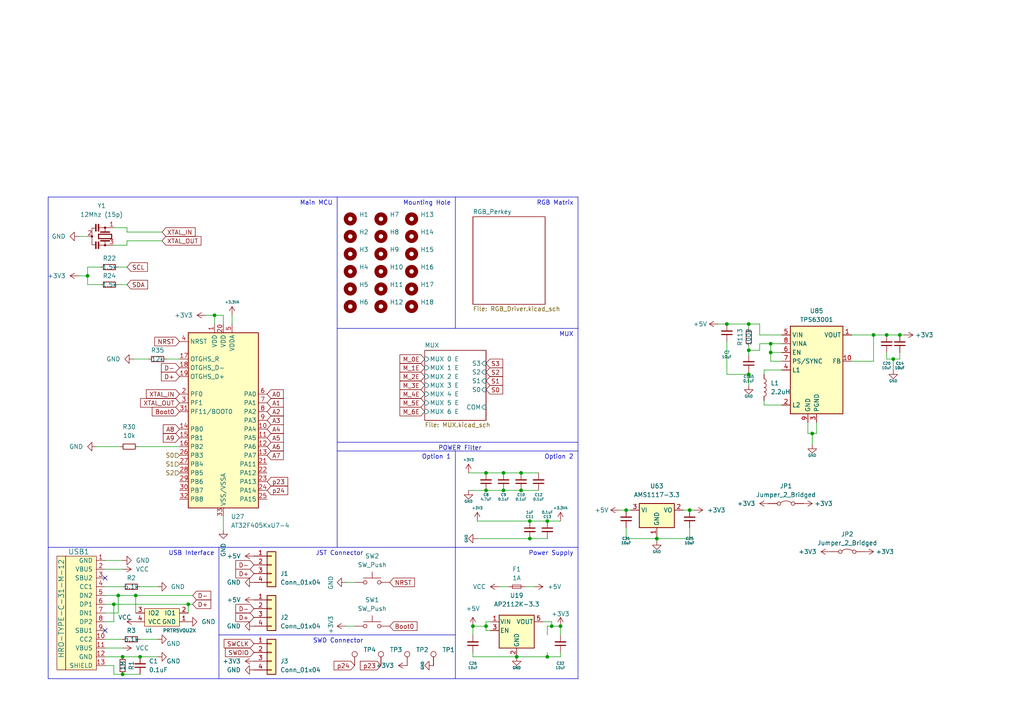
<source format=kicad_sch>
(kicad_sch (version 20231120) (generator "eeschema") (generator_version "8.0")
  (paper "A4")
  (lib_symbols
    (symbol "Connector:TestPoint" (pin_numbers hide) (pin_names (offset 0.762) hide)
      (property "Reference" "TP" (at 0 6.858 0))
      (property "Value" "TestPoint" (at 0 5.08 0))
      (symbol "TestPoint_1_1"
        (pin passive line (at 0 0 90) (length 2.54) (name "1") (number "1"))
      )
    )
    (symbol "Connector_Generic:Conn_01x04" (pin_names (offset 1.016) hide)
      (property "Reference" "J" (at 0 5.08 0))
      (property "Value" "Conn_01x04" (at 0 -7.62 0))
      (symbol "Conn_01x04_1_1"
        (pin passive line (at -5.08 2.54 0) (length 3.81) (name "Pin_1") (number "1"))
        (pin passive line (at -5.08 0 0) (length 3.81) (name "Pin_2") (number "2"))
        (pin passive line (at -5.08 -2.54 0) (length 3.81) (name "Pin_3") (number "3"))
        (pin passive line (at -5.08 -5.08 0) (length 3.81) (name "Pin_4") (number "4"))
      )
    )
    (symbol "Device:C_Small" (pin_numbers hide) (pin_names (offset 0.254) hide)
      (property "Reference" "C" (at 0.254 1.778 0))
      (property "Value" "C_Small" (at 0.254 -2.032 0))
      (symbol "C_Small_1_1"
        (pin passive line (at 0 2.54 270) (length 2.032) (name "~") (number "1"))
        (pin passive line (at 0 -2.54 90) (length 2.032) (name "~") (number "2"))
      )
    )
    (symbol "Device:Fuse_Small" (pin_numbers hide) (pin_names (offset 0.254) hide)
      (property "Reference" "F" (at 0 -1.524 0))
      (property "Value" "Fuse_Small" (at 0 1.524 0))
      (symbol "Fuse_Small_1_1"
        (pin passive line (at -2.54 0 0) (length 1.27) (name "~") (number "1"))
        (pin passive line (at 2.54 0 180) (length 1.27) (name "~") (number "2"))
      )
    )
    (symbol "Device:L" (pin_numbers hide) (pin_names (offset 1.016) hide)
      (property "Reference" "L" (at -1.27 0 90))
      (property "Value" "L" (at 1.905 0 90))
      (symbol "L_1_1"
        (pin passive line (at 0 3.81 270) (length 1.27) (name "1") (number "1"))
        (pin passive line (at 0 -3.81 90) (length 1.27) (name "2") (number "2"))
      )
    )
    (symbol "Device:R_Small" (pin_numbers hide) (pin_names (offset 0.254) hide)
      (property "Reference" "R" (at 0.762 0.508 0))
      (property "Value" "R_Small" (at 0.762 -1.016 0))
      (symbol "R_Small_1_1"
        (pin passive line (at 0 2.54 270) (length 0.762) (name "~") (number "1"))
        (pin passive line (at 0 -2.54 90) (length 0.762) (name "~") (number "2"))
      )
    )
    (symbol "Device:Resonator_Small" (pin_names (offset 1.016) hide)
      (property "Reference" "Y" (at 3.175 1.905 0))
      (property "Value" "Resonator_Small" (at 3.175 0 0))
      (symbol "Resonator_Small_1_1"
        (pin passive line (at -2.54 2.54 270) (length 1.27) (name "1") (number "1"))
        (pin passive line (at 0 -5.08 90) (length 1.27) (name "2") (number "2"))
        (pin passive line (at 2.54 2.54 270) (length 1.27) (name "3") (number "3"))
      )
    )
    (symbol "Jumper:Jumper_2_Bridged" (pin_numbers hide) (pin_names (offset 0) hide) (exclude_from_sim yes)
      (property "Reference" "JP" (at 0 1.905 0))
      (property "Value" "Jumper_2_Bridged" (at 0 -2.54 0))
      (symbol "Jumper_2_Bridged_1_1"
        (pin passive line (at -5.08 0 0) (length 2.54) (name "A") (number "1"))
        (pin passive line (at 5.08 0 180) (length 2.54) (name "B") (number "2"))
      )
    )
    (symbol "MCU_Artery_AT32F40:AT32F405KxU7-4"
      (property "Reference" "U" (at -10.16 26.67 0))
      (property "Value" "AT32F405KxU7-4" (at 5.08 26.67 0))
      (symbol "AT32F405KxU7-4_1_1"
        (pin power_in line (at -2.54 27.94 270) (length 2.54) (name "VDD") (number "1"))
        (pin bidirectional line (at 12.7 -2.54 180) (length 2.54) (name "PA4") (number "10"))
        (pin bidirectional line (at 12.7 -5.08 180) (length 2.54) (name "PA5") (number "11"))
        (pin bidirectional line (at 12.7 -7.62 180) (length 2.54) (name "PA6") (number "12"))
        (pin bidirectional line (at 12.7 -10.16 180) (length 2.54) (name "PA7") (number "13"))
        (pin bidirectional line (at -12.7 -2.54 0) (length 2.54) (name "PB0") (number "14"))
        (pin bidirectional line (at -12.7 -5.08 0) (length 2.54) (name "PB1") (number "15"))
        (pin bidirectional line (at -12.7 -7.62 0) (length 2.54) (name "PB2") (number "16"))
        (pin input line (at -12.7 17.78 0) (length 2.54) (name "OTGHS_R") (number "17"))
        (pin bidirectional line (at -12.7 15.24 0) (length 2.54) (name "OTGHS_D-") (number "18"))
        (pin bidirectional line (at -12.7 12.7 0) (length 2.54) (name "OTGHS_D+") (number "19"))
        (pin input line (at -12.7 7.62 0) (length 2.54) (name "PF0") (number "2"))
        (pin power_in line (at 0 27.94 270) (length 2.54) (name "VDD") (number "20"))
        (pin bidirectional line (at 12.7 -12.7 180) (length 2.54) (name "PA11") (number "21"))
        (pin bidirectional line (at 12.7 -15.24 180) (length 2.54) (name "PA12") (number "22"))
        (pin bidirectional line (at 12.7 -17.78 180) (length 2.54) (name "PA13") (number "23"))
        (pin bidirectional line (at 12.7 -20.32 180) (length 2.54) (name "PA14") (number "24"))
        (pin bidirectional line (at 12.7 -22.86 180) (length 2.54) (name "PA15") (number "25"))
        (pin bidirectional line (at -12.7 -10.16 0) (length 2.54) (name "PB3") (number "26"))
        (pin bidirectional line (at -12.7 -12.7 0) (length 2.54) (name "PB4") (number "27"))
        (pin bidirectional line (at -12.7 -15.24 0) (length 2.54) (name "PB5") (number "28"))
        (pin bidirectional line (at -12.7 -17.78 0) (length 2.54) (name "PB6") (number "29"))
        (pin input line (at -12.7 5.08 0) (length 2.54) (name "PF1") (number "3"))
        (pin bidirectional line (at -12.7 -20.32 0) (length 2.54) (name "PB7") (number "30"))
        (pin input line (at -12.7 2.54 0) (length 2.54) (name "PF11/BOOT0") (number "31"))
        (pin bidirectional line (at -12.7 -22.86 0) (length 2.54) (name "PB8") (number "32"))
        (pin power_in line (at 0 -27.94 90) (length 2.54) (name "VSS/VSSA") (number "33"))
        (pin input line (at -12.7 22.86 0) (length 2.54) (name "NRST") (number "4"))
        (pin power_in line (at 2.54 27.94 270) (length 2.54) (name "VDDA") (number "5"))
        (pin bidirectional line (at 12.7 7.62 180) (length 2.54) (name "PA0") (number "6"))
        (pin bidirectional line (at 12.7 5.08 180) (length 2.54) (name "PA1") (number "7"))
        (pin bidirectional line (at 12.7 2.54 180) (length 2.54) (name "PA2") (number "8"))
        (pin bidirectional line (at 12.7 0 180) (length 2.54) (name "PA3") (number "9"))
      )
    )
    (symbol "Mechanical:MountingHole" (pin_names (offset 1.016))
      (property "Reference" "H" (at 0 5.08 0))
      (property "Value" "MountingHole" (at 0 3.175 0))
    )
    (symbol "Regulator_Linear:AMS1117-3.3"
      (property "Reference" "U" (at -3.81 3.175 0))
      (property "Value" "AMS1117-3.3" (at 0 3.175 0))
      (symbol "AMS1117-3.3_1_1"
        (pin power_in line (at 0 -7.62 90) (length 2.54) (name "GND") (number "1"))
        (pin power_out line (at 7.62 0 180) (length 2.54) (name "VO") (number "2"))
        (pin power_in line (at -7.62 0 0) (length 2.54) (name "VI") (number "3"))
      )
    )
    (symbol "Regulator_Linear:AP2112K-3.3" (pin_names (offset 0.254))
      (property "Reference" "U" (at -5.08 5.715 0))
      (property "Value" "AP2112K-3.3" (at 0 5.715 0))
      (symbol "AP2112K-3.3_1_1"
        (pin power_in line (at -7.62 2.54 0) (length 2.54) (name "VIN") (number "1"))
        (pin power_in line (at 0 -7.62 90) (length 2.54) (name "GND") (number "2"))
        (pin input line (at -7.62 0 0) (length 2.54) (name "EN") (number "3"))
        (pin no_connect line (at 5.08 0 180) (length 2.54) hide (name "NC") (number "4"))
        (pin power_out line (at 7.62 2.54 180) (length 2.54) (name "VOUT") (number "5"))
      )
    )
    (symbol "Regulator_Switching:TPS63001"
      (property "Reference" "U" (at -7.62 13.97 0))
      (property "Value" "TPS63001" (at 5.08 13.97 0))
      (symbol "TPS63001_1_1"
        (pin power_out line (at 10.16 10.16 180) (length 2.54) (name "VOUT") (number "1"))
        (pin input line (at 10.16 2.54 180) (length 2.54) (name "FB") (number "10"))
        (pin passive line (at 0 -15.24 90) (length 2.54) hide (name "PGND") (number "11"))
        (pin input line (at -10.16 -10.16 0) (length 2.54) (name "L2") (number "2"))
        (pin power_in line (at 0 -15.24 90) (length 2.54) (name "PGND") (number "3"))
        (pin input line (at -10.16 0 0) (length 2.54) (name "L1") (number "4"))
        (pin power_in line (at -10.16 10.16 0) (length 2.54) (name "VIN") (number "5"))
        (pin input line (at -10.16 5.08 0) (length 2.54) (name "EN") (number "6"))
        (pin input line (at -10.16 2.54 0) (length 2.54) (name "PS/SYNC") (number "7"))
        (pin power_in line (at -10.16 7.62 0) (length 2.54) (name "VINA") (number "8"))
        (pin power_in line (at -2.54 -15.24 90) (length 2.54) (name "GND") (number "9"))
      )
    )
    (symbol "Switch:SW_Push" (pin_numbers hide) (pin_names (offset 1.016) hide)
      (property "Reference" "SW" (at 1.27 2.54 0))
      (property "Value" "SW_Push" (at 0 -1.524 0))
      (symbol "SW_Push_0_1"
        (pin passive line (at -5.08 0 0) (length 2.54) (name "1") (number "1"))
        (pin passive line (at 5.08 0 180) (length 2.54) (name "2") (number "2"))
      )
    )
    (symbol "horrortroll_lib:HRO-TYPE-C-31-M-12" (pin_names (offset 1.016))
      (property "Reference" "USB" (at 0 20.32 0))
      (property "Value" "HRO-TYPE-C-31-M-12" (at 0 17.78 0))
      (symbol "HRO-TYPE-C-31-M-12_1_1"
        (pin input line (at 7.62 13.97 180) (length 2.54) (name "GND") (number "1"))
        (pin input line (at 7.62 -8.89 180) (length 2.54) (name "CC2") (number "10"))
        (pin input line (at 7.62 -11.43 180) (length 2.54) (name "VBUS") (number "11"))
        (pin input line (at 7.62 -13.97 180) (length 2.54) (name "GND") (number "12"))
        (pin input line (at 7.62 -16.51 180) (length 2.54) (name "SHIELD") (number "13"))
        (pin input line (at 7.62 11.43 180) (length 2.54) (name "VBUS") (number "2"))
        (pin input line (at 7.62 8.89 180) (length 2.54) (name "SBU2") (number "3"))
        (pin input line (at 7.62 6.35 180) (length 2.54) (name "CC1") (number "4"))
        (pin input line (at 7.62 3.81 180) (length 2.54) (name "DN2") (number "5"))
        (pin input line (at 7.62 1.27 180) (length 2.54) (name "DP1") (number "6"))
        (pin input line (at 7.62 -1.27 180) (length 2.54) (name "DN1") (number "7"))
        (pin input line (at 7.62 -3.81 180) (length 2.54) (name "DP2") (number "8"))
        (pin input line (at 7.62 -6.35 180) (length 2.54) (name "SBU1") (number "9"))
      )
    )
    (symbol "power:+3.3V" (power) (pin_names (offset 0))
      (property "Value" "+3.3V" (at 0 3.556 0))
      (symbol "+3.3V_1_1"
        (pin power_in line (at 0 0 90) (length 0) hide (name "+3V3") (number "1"))
      )
    )
    (symbol "power:+3.3VA" (power) (pin_names (offset 0))
      (property "Value" "+3.3VA" (at 0 3.556 0))
      (symbol "+3.3VA_1_1"
        (pin power_in line (at 0 0 90) (length 0) hide (name "+3.3VA") (number "1"))
      )
    )
    (symbol "power:+3V3" (power) (pin_names (offset 0))
      (property "Value" "+3V3" (at 0 3.556 0))
      (symbol "+3V3_1_1"
        (pin power_in line (at 0 0 90) (length 0) hide (name "+3V3") (number "1"))
      )
    )
    (symbol "power:+5V" (power) (pin_names (offset 0))
      (property "Value" "+5V" (at 0 3.556 0))
      (symbol "+5V_1_1"
        (pin power_in line (at 0 0 90) (length 0) hide (name "+5V") (number "1"))
      )
    )
    (symbol "power:GND" (power) (pin_names (offset 0))
      (property "Value" "GND" (at 0 -3.81 0))
      (symbol "GND_1_1"
        (pin power_in line (at 0 0 270) (length 0) hide (name "GND") (number "1"))
      )
    )
    (symbol "power:VCC" (power) (pin_names (offset 0))
      (property "Value" "VCC" (at 0 3.81 0))
      (symbol "VCC_1_1"
        (pin power_in line (at 0 0 90) (length 0) hide (name "VCC") (number "1"))
      )
    )
    (symbol "random-keyboard-parts:PRTR5V0U2X" (pin_names (offset 1.016))
      (property "Reference" "U" (at 0 3.81 0))
      (property "Value" "PRTR5V0U2X" (at 0 -3.81 0))
      (symbol "PRTR5V0U2X_1_1"
        (pin input line (at -7.62 1.27 0) (length 2.54) (name "GND") (number "1"))
        (pin input line (at -7.62 -1.27 0) (length 2.54) (name "IO1") (number "2"))
        (pin input line (at 7.62 -1.27 180) (length 2.54) (name "IO2") (number "3"))
        (pin input line (at 7.62 1.27 180) (length 2.54) (name "VCC") (number "4"))
      )
    )
  )
  (junction (at 151.13 142.24))
  (junction (at 162.56 181.61))
  (junction (at 39.37 172.72))
  (junction (at 235.585 125.73))
  (junction (at 140.97 137.16))
  (junction (at 54.61 175.26))
  (junction (at 149.86 190.5) (diameter 0.9144))
  (junction (at 153.67 156.21))
  (junction (at 223.52 102.235))
  (junction (at 146.05 137.16))
  (junction (at 259.08 104.14))
  (junction (at 25.4 80.01))
  (junction (at 257.175 97.155))
  (junction (at 62.23 91.44))
  (junction (at 210.82 93.98))
  (junction (at 140.97 142.24))
  (junction (at 158.75 190.5))
  (junction (at 217.17 93.98))
  (junction (at 140.97 181.61))
  (junction (at 153.67 151.13))
  (junction (at 160.02 181.61))
  (junction (at 35.56 190.5))
  (junction (at 137.16 181.61))
  (junction (at 260.985 97.155))
  (junction (at 158.75 151.13))
  (junction (at 151.13 137.16))
  (junction (at 217.17 101.6))
  (junction (at 190.5 156.21))
  (junction (at 40.64 190.5))
  (junction (at 35.56 195.58))
  (junction (at 33.02 175.26))
  (junction (at 253.365 97.155))
  (junction (at 146.05 142.24))
  (junction (at 181.61 147.955))
  (junction (at 223.52 99.695))
  (junction (at 34.29 172.72))
  (junction (at 217.17 108.585))
  (junction (at 200.025 147.955))
  (no_connect (at 30.48 167.64))
  (no_connect (at 30.48 182.88))
  (wire (pts (xy 27.94 129.54) (xy 34.925 129.54)))
  (wire (pts (xy 22.86 68.58) (xy 25.4 68.58)))
  (wire (pts (xy 30.48 172.72) (xy 34.29 172.72)))
  (wire (pts (xy 157.48 180.34) (xy 160.02 180.34)))
  (wire (pts (xy 30.48 177.8) (xy 34.29 177.8)))
  (wire (pts (xy 140.97 181.61) (xy 137.16 181.61)))
  (wire (pts (xy 135.89 142.24) (xy 140.97 142.24)))
  (wire (pts (xy 208.28 93.98) (xy 210.82 93.98)))
  (polyline (pts (xy 63.5 158.75) (xy 63.5 196.85)))
  (polyline (pts (xy 97.79 128.27) (xy 167.64 128.27)))
  (wire (pts (xy 160.02 181.61) (xy 162.56 181.61)))
  (wire (pts (xy 223.52 99.695) (xy 220.345 99.695)))
  (wire (pts (xy 140.97 142.24) (xy 146.05 142.24)))
  (polyline (pts (xy 13.97 158.75) (xy 167.64 158.75)))
  (wire (pts (xy 140.97 182.88) (xy 140.97 181.61)))
  (wire (pts (xy 217.17 93.98) (xy 217.17 95.25)))
  (polyline (pts (xy 132.08 57.15) (xy 132.08 95.25)))
  (polyline (pts (xy 13.97 196.85) (xy 167.64 196.85)))
  (wire (pts (xy 149.86 190.5) (xy 158.75 190.5)))
  (wire (pts (xy 158.75 189.23) (xy 158.75 190.5)))
  (wire (pts (xy 217.17 108.585) (xy 217.17 111.76)))
  (wire (pts (xy 181.61 153.035) (xy 181.61 156.21)))
  (wire (pts (xy 200.025 147.955) (xy 201.295 147.955)))
  (wire (pts (xy 153.67 151.13) (xy 158.75 151.13)))
  (wire (pts (xy 38.735 104.14) (xy 43.18 104.14)))
  (wire (pts (xy 223.52 104.775) (xy 223.52 102.235)))
  (wire (pts (xy 40.64 190.5) (xy 45.72 190.5)))
  (wire (pts (xy 30.48 180.34) (xy 33.02 180.34)))
  (wire (pts (xy 220.345 99.695) (xy 220.345 101.6)))
  (wire (pts (xy 30.48 162.56) (xy 35.56 162.56)))
  (wire (pts (xy 138.43 156.21) (xy 153.67 156.21)))
  (wire (pts (xy 39.37 172.72) (xy 55.88 172.72)))
  (wire (pts (xy 36.83 71.12) (xy 33.02 71.12)))
  (wire (pts (xy 30.48 185.42) (xy 35.56 185.42)))
  (wire (pts (xy 36.83 69.85) (xy 46.99 69.85)))
  (wire (pts (xy 35.56 190.5) (xy 40.64 190.5)))
  (wire (pts (xy 39.37 172.72) (xy 39.37 177.8)))
  (wire (pts (xy 217.17 101.6) (xy 217.17 102.87)))
  (wire (pts (xy 151.13 137.16) (xy 156.21 137.16)))
  (wire (pts (xy 226.695 99.695) (xy 223.52 99.695)))
  (wire (pts (xy 200.025 153.035) (xy 200.025 156.21)))
  (wire (pts (xy 190.5 156.21) (xy 190.5 156.845)))
  (wire (pts (xy 29.21 82.55) (xy 25.4 82.55)))
  (wire (pts (xy 247.015 104.775) (xy 253.365 104.775)))
  (wire (pts (xy 142.24 180.34) (xy 140.97 180.34)))
  (wire (pts (xy 147.32 170.18) (xy 144.78 170.18)))
  (wire (pts (xy 30.48 193.04) (xy 33.02 193.04)))
  (polyline (pts (xy 97.79 95.25) (xy 167.64 95.25)))
  (wire (pts (xy 220.345 97.155) (xy 220.345 93.98)))
  (wire (pts (xy 257.175 104.14) (xy 259.08 104.14)))
  (wire (pts (xy 30.48 170.18) (xy 35.56 170.18)))
  (wire (pts (xy 179.705 147.955) (xy 181.61 147.955)))
  (wire (pts (xy 146.05 142.24) (xy 151.13 142.24)))
  (wire (pts (xy 257.175 97.155) (xy 260.985 97.155)))
  (wire (pts (xy 64.77 91.44) (xy 62.23 91.44)))
  (wire (pts (xy 40.005 129.54) (xy 52.07 129.54)))
  (wire (pts (xy 146.05 137.16) (xy 151.13 137.16)))
  (wire (pts (xy 102.87 181.61) (xy 100.33 181.61)))
  (wire (pts (xy 158.75 184.15) (xy 158.75 181.61)))
  (wire (pts (xy 220.345 93.98) (xy 217.17 93.98)))
  (wire (pts (xy 64.77 149.86) (xy 64.77 153.67)))
  (wire (pts (xy 137.16 189.23) (xy 137.16 190.5)))
  (wire (pts (xy 137.16 181.61) (xy 137.16 184.15)))
  (wire (pts (xy 160.02 180.34) (xy 160.02 181.61)))
  (wire (pts (xy 36.83 66.04) (xy 33.02 66.04)))
  (wire (pts (xy 226.695 107.315) (xy 221.615 107.315)))
  (wire (pts (xy 140.97 137.16) (xy 146.05 137.16)))
  (wire (pts (xy 158.75 151.13) (xy 162.56 151.13)))
  (wire (pts (xy 223.52 102.235) (xy 223.52 99.695)))
  (wire (pts (xy 226.695 117.475) (xy 221.615 117.475)))
  (wire (pts (xy 102.87 168.91) (xy 100.33 168.91)))
  (wire (pts (xy 181.61 156.21) (xy 190.5 156.21)))
  (wire (pts (xy 33.02 175.26) (xy 54.61 175.26)))
  (wire (pts (xy 210.82 99.06) (xy 210.82 108.585)))
  (wire (pts (xy 260.985 102.235) (xy 260.985 104.14)))
  (wire (pts (xy 40.64 185.42) (xy 45.72 185.42)))
  (wire (pts (xy 210.82 108.585) (xy 217.17 108.585)))
  (wire (pts (xy 235.585 125.73) (xy 235.585 128.905)))
  (wire (pts (xy 138.43 151.13) (xy 153.67 151.13)))
  (wire (pts (xy 200.025 156.21) (xy 190.5 156.21)))
  (wire (pts (xy 67.31 91.44) (xy 67.31 93.98)))
  (wire (pts (xy 259.08 104.14) (xy 259.08 107.315)))
  (wire (pts (xy 34.29 77.47) (xy 36.83 77.47)))
  (wire (pts (xy 54.61 175.26) (xy 54.61 177.8)))
  (wire (pts (xy 210.82 93.98) (xy 217.17 93.98)))
  (wire (pts (xy 234.315 125.73) (xy 235.585 125.73)))
  (wire (pts (xy 223.52 102.235) (xy 226.695 102.235)))
  (wire (pts (xy 48.26 104.14) (xy 52.07 104.14)))
  (wire (pts (xy 140.97 180.34) (xy 140.97 181.61)))
  (wire (pts (xy 36.83 69.85) (xy 36.83 71.12)))
  (wire (pts (xy 54.61 175.26) (xy 55.88 175.26)))
  (wire (pts (xy 30.48 175.26) (xy 33.02 175.26)))
  (wire (pts (xy 30.48 165.1) (xy 35.56 165.1)))
  (wire (pts (xy 30.48 190.5) (xy 35.56 190.5)))
  (wire (pts (xy 34.29 177.8) (xy 34.29 172.72)))
  (wire (pts (xy 181.61 147.955) (xy 182.88 147.955)))
  (wire (pts (xy 226.695 97.155) (xy 220.345 97.155)))
  (polyline (pts (xy 97.79 57.15) (xy 97.79 158.75)))
  (wire (pts (xy 221.615 107.315) (xy 221.615 108.585)))
  (wire (pts (xy 234.315 122.555) (xy 234.315 125.73)))
  (wire (pts (xy 235.585 125.73) (xy 236.855 125.73)))
  (wire (pts (xy 253.365 97.155) (xy 257.175 97.155)))
  (polyline (pts (xy 132.08 130.81) (xy 132.08 196.85)))
  (wire (pts (xy 35.56 195.58) (xy 40.64 195.58)))
  (wire (pts (xy 30.48 187.96) (xy 35.56 187.96)))
  (wire (pts (xy 33.02 193.04) (xy 33.02 195.58)))
  (polyline (pts (xy 13.97 57.15) (xy 167.64 57.15)))
  (wire (pts (xy 33.02 195.58) (xy 35.56 195.58)))
  (wire (pts (xy 135.89 137.16) (xy 140.97 137.16)))
  (wire (pts (xy 36.83 67.31) (xy 46.99 67.31)))
  (wire (pts (xy 22.86 80.01) (xy 25.4 80.01)))
  (wire (pts (xy 152.4 170.18) (xy 154.94 170.18)))
  (polyline (pts (xy 13.97 57.15) (xy 13.97 196.85)))
  (wire (pts (xy 64.77 93.98) (xy 64.77 91.44)))
  (wire (pts (xy 149.86 190.5) (xy 137.16 190.5)))
  (wire (pts (xy 33.02 180.34) (xy 33.02 175.26)))
  (wire (pts (xy 62.23 91.44) (xy 62.23 93.98)))
  (wire (pts (xy 257.175 102.235) (xy 257.175 104.14)))
  (wire (pts (xy 226.695 104.775) (xy 223.52 104.775)))
  (polyline (pts (xy 97.79 130.81) (xy 167.64 130.81)))
  (wire (pts (xy 59.69 91.44) (xy 62.23 91.44)))
  (wire (pts (xy 221.615 117.475) (xy 221.615 116.205)))
  (wire (pts (xy 162.56 181.61) (xy 162.56 184.15)))
  (wire (pts (xy 151.13 142.24) (xy 156.21 142.24)))
  (wire (pts (xy 142.24 182.88) (xy 140.97 182.88)))
  (wire (pts (xy 25.4 82.55) (xy 25.4 80.01)))
  (wire (pts (xy 236.855 122.555) (xy 236.855 125.73)))
  (wire (pts (xy 260.985 104.14) (xy 259.08 104.14)))
  (wire (pts (xy 220.345 101.6) (xy 217.17 101.6)))
  (wire (pts (xy 29.21 77.47) (xy 25.4 77.47)))
  (wire (pts (xy 153.67 156.21) (xy 158.75 156.21)))
  (wire (pts (xy 217.17 107.95) (xy 217.17 108.585)))
  (polyline (pts (xy 167.64 57.15) (xy 167.64 196.85)))
  (wire (pts (xy 217.17 100.33) (xy 217.17 101.6)))
  (wire (pts (xy 162.56 189.23) (xy 162.56 190.5)))
  (wire (pts (xy 253.365 104.775) (xy 253.365 97.155)))
  (wire (pts (xy 36.83 67.31) (xy 36.83 66.04)))
  (wire (pts (xy 260.985 97.155) (xy 262.255 97.155)))
  (wire (pts (xy 158.75 181.61) (xy 160.02 181.61)))
  (wire (pts (xy 158.75 190.5) (xy 162.56 190.5)))
  (polyline (pts (xy 63.5 184.15) (xy 132.08 184.15)))
  (wire (pts (xy 34.29 172.72) (xy 39.37 172.72)))
  (wire (pts (xy 40.64 170.18) (xy 45.72 170.18)))
  (wire (pts (xy 25.4 77.47) (xy 25.4 80.01)))
  (wire (pts (xy 34.29 82.55) (xy 36.83 82.55)))
  (wire (pts (xy 198.12 147.955) (xy 200.025 147.955)))
  (wire (pts (xy 190.5 155.575) (xy 190.5 156.21)))
  (wire (pts (xy 247.015 97.155) (xy 253.365 97.155)))
  (text "JST Connector" (at 105.41 161.29 0) (effects (font (size 1.27 1.27)) (justify right bottom)))
  (text "Option 1" (at 130.81 133.35 0) (effects (font (size 1.27 1.27)) (justify right bottom)))
  (text "Main MCU" (at 96.52 59.69 0) (effects (font (size 1.27 1.27)) (justify right bottom)))
  (text "MUX" (at 166.37 97.79 0) (effects (font (size 1.27 1.27)) (justify right bottom)))
  (text "Power Supply" (at 166.37 161.29 0) (effects (font (size 1.27 1.27)) (justify right bottom)))
  (text "SWD Connector" (at 105.41 186.69 0) (effects (font (size 1.27 1.27)) (justify right bottom)))
  (text "Option 2" (at 166.37 133.35 0) (effects (font (size 1.27 1.27)) (justify right bottom)))
  (text "USB Interface" (at 62.23 161.29 0) (effects (font (size 1.27 1.27)) (justify right bottom)))
  (text "Mounting Hole" (at 130.81 59.69 0) (effects (font (size 1.27 1.27)) (justify right bottom)))
  (text "POWER Filter" (at 139.7 130.81 0) (effects (font (size 1.27 1.27)) (justify right bottom)))
  (text "RGB Matrix" (at 166.37 59.69 0) (effects (font (size 1.27 1.27)) (justify right bottom)))
  (global_label "p23" (shape input) (at 77.47 139.7 0) (property "Intersheetrefs" "${INTERSHEET_REFS}" (effects (hide yes))))
  (global_label "SDA" (shape input) (at 36.83 82.55 0) (property "Intersheetrefs" "${INTERSHEET_REFS}" (effects (hide yes))))
  (global_label "A1" (shape input) (at 77.47 116.84 0) (property "Intersheetrefs" "${INTERSHEET_REFS}" (effects (hide yes))))
  (global_label "D+" (shape input) (at 55.88 175.26 0) (property "Intersheetrefs" "${INTERSHEET_REFS}" (effects (hide yes))))
  (global_label "A4" (shape input) (at 77.47 124.46 0) (property "Intersheetrefs" "${INTERSHEET_REFS}" (effects (hide yes))))
  (global_label "XTAL_IN" (shape input) (at 46.99 67.31 0) (property "Intersheetrefs" "${INTERSHEET_REFS}" (effects (hide yes))))
  (global_label "NRST" (shape input) (at 52.07 99.06 180) (property "Intersheetrefs" "${INTERSHEET_REFS}" (effects (hide yes))))
  (global_label "M_5E" (shape input) (at 123.19 116.84 180) (property "Intersheetrefs" "${INTERSHEET_REFS}" (effects (hide yes))))
  (global_label "p23" (shape input) (at 110.49 193.04 180) (property "Intersheetrefs" "${INTERSHEET_REFS}" (effects (hide yes))))
  (global_label "A2" (shape input) (at 77.47 119.38 0) (property "Intersheetrefs" "${INTERSHEET_REFS}" (effects (hide yes))))
  (global_label "M_3E" (shape input) (at 123.19 111.76 180) (property "Intersheetrefs" "${INTERSHEET_REFS}" (effects (hide yes))))
  (global_label "A8" (shape input) (at 52.07 124.46 180) (property "Intersheetrefs" "${INTERSHEET_REFS}" (effects (hide yes))))
  (global_label "A9" (shape input) (at 52.07 127 180) (property "Intersheetrefs" "${INTERSHEET_REFS}" (effects (hide yes))))
  (global_label "S3" (shape input) (at 140.97 105.41 0) (property "Intersheetrefs" "${INTERSHEET_REFS}" (effects (hide yes))))
  (global_label "A7" (shape input) (at 77.47 132.08 0) (property "Intersheetrefs" "${INTERSHEET_REFS}" (effects (hide yes))))
  (global_label "M_2E" (shape input) (at 123.19 109.22 180) (property "Intersheetrefs" "${INTERSHEET_REFS}" (effects (hide yes))))
  (global_label "p24" (shape input) (at 77.47 142.24 0) (property "Intersheetrefs" "${INTERSHEET_REFS}" (effects (hide yes))))
  (global_label "D-" (shape input) (at 55.88 172.72 0) (property "Intersheetrefs" "${INTERSHEET_REFS}" (effects (hide yes))))
  (global_label "NRST" (shape input) (at 113.03 168.91 0) (property "Intersheetrefs" "${INTERSHEET_REFS}" (effects (hide yes))))
  (global_label "Boot0" (shape input) (at 52.07 119.38 180) (property "Intersheetrefs" "${INTERSHEET_REFS}" (effects (hide yes))))
  (global_label "SCL" (shape input) (at 36.83 77.47 0) (property "Intersheetrefs" "${INTERSHEET_REFS}" (effects (hide yes))))
  (global_label "SWCLK" (shape input) (at 73.66 186.69 180) (property "Intersheetrefs" "${INTERSHEET_REFS}" (effects (hide yes))))
  (global_label "XTAL_OUT" (shape input) (at 52.07 116.84 180) (property "Intersheetrefs" "${INTERSHEET_REFS}" (effects (hide yes))))
  (global_label "A6" (shape input) (at 77.47 129.54 0) (property "Intersheetrefs" "${INTERSHEET_REFS}" (effects (hide yes))))
  (global_label "SWDIO" (shape input) (at 73.66 189.23 180) (property "Intersheetrefs" "${INTERSHEET_REFS}" (effects (hide yes))))
  (global_label "Boot0" (shape input) (at 113.03 181.61 0) (property "Intersheetrefs" "${INTERSHEET_REFS}" (effects (hide yes))))
  (global_label "M_0E" (shape input) (at 123.19 104.14 180) (property "Intersheetrefs" "${INTERSHEET_REFS}" (effects (hide yes))))
  (global_label "S0" (shape input) (at 140.97 113.03 0) (property "Intersheetrefs" "${INTERSHEET_REFS}" (effects (hide yes))))
  (global_label "D+" (shape input) (at 73.66 179.07 180) (property "Intersheetrefs" "${INTERSHEET_REFS}" (effects (hide yes))))
  (global_label "M_4E" (shape input) (at 123.19 114.3 180) (property "Intersheetrefs" "${INTERSHEET_REFS}" (effects (hide yes))))
  (global_label "S1" (shape input) (at 140.97 110.49 0) (property "Intersheetrefs" "${INTERSHEET_REFS}" (effects (hide yes))))
  (global_label "XTAL_IN" (shape input) (at 52.07 114.3 180) (property "Intersheetrefs" "${INTERSHEET_REFS}" (effects (hide yes))))
  (global_label "D-" (shape input) (at 73.66 176.53 180) (property "Intersheetrefs" "${INTERSHEET_REFS}" (effects (hide yes))))
  (global_label "XTAL_OUT" (shape input) (at 46.99 69.85 0) (property "Intersheetrefs" "${INTERSHEET_REFS}" (effects (hide yes))))
  (global_label "D-" (shape input) (at 52.07 106.68 180) (property "Intersheetrefs" "${INTERSHEET_REFS}" (effects (hide yes))))
  (global_label "A3" (shape input) (at 77.47 121.92 0) (property "Intersheetrefs" "${INTERSHEET_REFS}" (effects (hide yes))))
  (global_label "D+" (shape input) (at 73.66 166.37 180) (property "Intersheetrefs" "${INTERSHEET_REFS}" (effects (hide yes))))
  (global_label "D-" (shape input) (at 73.66 163.83 180) (property "Intersheetrefs" "${INTERSHEET_REFS}" (effects (hide yes))))
  (global_label "A5" (shape input) (at 77.47 127 0) (property "Intersheetrefs" "${INTERSHEET_REFS}" (effects (hide yes))))
  (global_label "A0" (shape input) (at 77.47 114.3 0) (property "Intersheetrefs" "${INTERSHEET_REFS}" (effects (hide yes))))
  (global_label "S2" (shape input) (at 140.97 107.95 0) (property "Intersheetrefs" "${INTERSHEET_REFS}" (effects (hide yes))))
  (global_label "M_1E" (shape input) (at 123.19 106.68 180) (property "Intersheetrefs" "${INTERSHEET_REFS}" (effects (hide yes))))
  (global_label "p24" (shape input) (at 102.87 193.04 180) (property "Intersheetrefs" "${INTERSHEET_REFS}" (effects (hide yes))))
  (global_label "D+" (shape input) (at 52.07 109.22 180) (property "Intersheetrefs" "${INTERSHEET_REFS}" (effects (hide yes))))
  (global_label "M_6E" (shape input) (at 123.19 119.38 180) (property "Intersheetrefs" "${INTERSHEET_REFS}" (effects (hide yes))))
  (hierarchical_label "S0" (shape input) (at 52.07 132.08 180))
  (hierarchical_label "S2" (shape input) (at 52.07 137.16 180))
  (hierarchical_label "S1" (shape input) (at 52.07 134.62 180))
  (symbol (lib_id "Connector_Generic:Conn_01x04") (at 78.74 189.23 0) (unit 1)
    (property "Reference" "J3" (at 81.28 191.77 0) (effects (justify left)))
    (property "Value" "Conn_01x04" (at 81.28 194.31 0) (effects (justify left)))
    (property "Footprint" "Connector_PinHeader_2.54mm:PinHeader_1x04_P2.54mm_Vertical" (effects (hide yes)))
  )
  (symbol (lib_id "Device:R_Small") (at 45.72 104.14 270) (unit 1)
    (property "Reference" "R35" (at 45.72 101.6 90))
    (property "Value" "12k" (at 45.72 104.14 90))
    (property "Footprint" "Common_Footprint:R_0402" (effects (hide yes)))
  )
  (symbol (lib_id "Device:C_Small") (at 140.97 139.7 180) (unit 1)
    (property "Reference" "C8" (at 140.97 143.51 0) (effects (font (size 0.762 0.762))))
    (property "Value" "4.7uF" (at 140.97 144.78 0) (effects (font (size 0.762 0.762))))
    (property "Footprint" "Common_Footprint:C_0402" (effects (hide yes)))
  )
  (symbol (lib_id "Connector_Generic:Conn_01x04") (at 78.74 163.83 0) (unit 1)
    (property "Reference" "J1" (at 81.28 166.37 0) (effects (justify left)))
    (property "Value" "Conn_01x04" (at 81.28 168.91 0) (effects (justify left)))
    (property "Footprint" "sanproject-keyboard-part:JST-SR-4" (effects (hide yes)))
  )
  (symbol (lib_id "power:GND") (at 64.77 153.67 0) (unit 1)
    (property "Reference" "#PWR012" (effects (hide yes)))
    (property "Value" "GND" (at 64.77 157.48 90) (effects (justify right)))
  )
  (symbol (lib_id "Device:C_Small") (at 151.13 139.7 180) (unit 1)
    (property "Reference" "C10" (at 151.13 143.51 0) (effects (font (size 0.762 0.762))))
    (property "Value" "0.1uF" (at 151.13 144.78 0) (effects (font (size 0.762 0.762))))
    (property "Footprint" "Common_Footprint:C_0402" (effects (hide yes)))
  )
  (symbol (lib_id "Mechanical:MountingHole") (at 119.38 63.5 0) (unit 1)
    (property "Reference" "H13" (at 121.92 62.23 0) (effects (justify left)))
    (property "Value" "MountingHole" (effects (hide yes)))
    (property "Footprint" "MountingHole:MountingHole_2.2mm_M2_DIN965_Pad" (effects (hide yes)))
  )
  (symbol (lib_id "Device:R_Small") (at 37.465 129.54 270) (unit 1)
    (property "Reference" "R30" (at 37.465 123.825 90))
    (property "Value" "10k" (at 37.465 126.365 90))
    (property "Footprint" "Common_Footprint:R_0402" (effects (hide yes)))
  )
  (symbol (lib_id "Mechanical:MountingHole") (at 110.49 68.58 0) (unit 1)
    (property "Reference" "H8" (at 113.03 67.31 0) (effects (justify left)))
    (property "Value" "MountingHole" (effects (hide yes)))
    (property "Footprint" "MountingHole:MountingHole_2.2mm_M2_DIN965_Pad" (effects (hide yes)))
  )
  (symbol (lib_id "Device:C_Small") (at 40.64 193.04 180) (unit 1)
    (property "Reference" "C1" (at 43.18 191.7636 0) (effects (justify right)))
    (property "Value" "0.1uF" (at 43.18 194.3036 0) (effects (justify right)))
    (property "Footprint" "Common_Footprint:C_0402" (effects (hide yes)))
  )
  (symbol (lib_id "Mechanical:MountingHole") (at 101.6 68.58 0) (unit 1)
    (property "Reference" "H2" (at 104.14 67.31 0) (effects (justify left)))
    (property "Value" "MountingHole" (effects (hide yes)))
    (property "Footprint" "MountingHole:MountingHole_2.2mm_M2_DIN965_Pad" (effects (hide yes)))
  )
  (symbol (lib_id "random-keyboard-parts:PRTR5V0U2X") (at 46.99 179.07 180) (unit 1)
    (property "Reference" "U1" (at 43.18 182.88 0) (effects (font (size 1 1))))
    (property "Value" "PRTR5V0U2X" (at 52.07 182.88 0) (effects (font (size 1 1))))
  )
  (symbol (lib_id "power:GND") (at 235.585 128.905 0) (unit 1)
    (property "Reference" "#PWR0168" (effects (hide yes)))
    (property "Value" "GND" (at 235.585 132.08 0) (effects (font (size 0.762 0.762))))
  )
  (symbol (lib_id "power:GND") (at 45.72 190.5 90) (unit 1)
    (property "Reference" "#PWR08" (effects (hide yes)))
    (property "Value" "GND" (at 48.26 191.77 90) (effects (justify right)))
  )
  (symbol (lib_id "Mechanical:MountingHole") (at 119.38 68.58 0) (unit 1)
    (property "Reference" "H14" (at 121.92 67.31 0) (effects (justify left)))
    (property "Value" "MountingHole" (effects (hide yes)))
    (property "Footprint" "MountingHole:MountingHole_2.2mm_M2_DIN965_Pad" (effects (hide yes)))
  )
  (symbol (lib_id "Device:C_Small") (at 217.17 105.41 180) (unit 1)
    (property "Reference" "C165" (at 217.17 109.22 0) (effects (font (size 0.762 0.762))))
    (property "Value" "0.1uF" (at 217.17 110.49 0) (effects (font (size 0.762 0.762))))
    (property "Footprint" "Capacitor_SMD:C_0402_1005Metric" (effects (hide yes)))
  )
  (symbol (lib_id "Mechanical:MountingHole") (at 110.49 83.82 0) (unit 1)
    (property "Reference" "H11" (at 113.03 82.55 0) (effects (justify left)))
    (property "Value" "MountingHole" (effects (hide yes)))
    (property "Footprint" "MountingHole:MountingHole_2.2mm_M2_DIN965_Pad" (effects (hide yes)))
  )
  (symbol (lib_id "power:+3.3V") (at 240.665 160.02 90) (unit 1)
    (property "Reference" "#PWR084" (effects (hide yes)))
    (property "Value" "+3V3" (at 236.855 160.0199 90) (effects (justify left)))
  )
  (symbol (lib_id "power:+3.3V") (at 222.885 146.05 90) (unit 1)
    (property "Reference" "#PWR061" (effects (hide yes)))
    (property "Value" "+3V3" (at 219.075 146.0499 90) (effects (justify left)))
  )
  (symbol (lib_id "Device:C_Small") (at 260.985 99.695 180) (unit 1)
    (property "Reference" "C14" (at 260.985 105.41 0) (effects (font (size 0.762 0.762))))
    (property "Value" "10uF" (at 260.985 106.68 0) (effects (font (size 0.762 0.762))))
    (property "Footprint" "Common_Footprint:C_0402" (effects (hide yes)))
  )
  (symbol (lib_id "power:+3V3") (at 100.33 181.61 90) (unit 1)
    (property "Reference" "#PWR077" (effects (hide yes)))
    (property "Value" "+3V3" (at 95.9358 181.229 0))
  )
  (symbol (lib_id "Mechanical:MountingHole") (at 110.49 88.9 0) (unit 1)
    (property "Reference" "H12" (at 113.03 87.63 0) (effects (justify left)))
    (property "Value" "MountingHole" (effects (hide yes)))
    (property "Footprint" "MountingHole:MountingHole_2.2mm_M2_DIN965_Pad" (effects (hide yes)))
  )
  (symbol (lib_id "Mechanical:MountingHole") (at 101.6 78.74 0) (unit 1)
    (property "Reference" "H4" (at 104.14 77.47 0) (effects (justify left)))
    (property "Value" "MountingHole" (effects (hide yes)))
    (property "Footprint" "MountingHole:MountingHole_2.2mm_M2_DIN965_Pad" (effects (hide yes)))
  )
  (symbol (lib_id "power:GND") (at 38.735 104.14 270) (unit 1)
    (property "Reference" "#PWR0156" (effects (hide yes)))
    (property "Value" "GND" (at 34.925 104.14 90) (effects (justify right)))
  )
  (symbol (lib_id "power:+3V3") (at 59.69 91.44 90) (unit 1)
    (property "Reference" "#PWR010" (effects (hide yes)))
    (property "Value" "+3V3" (at 55.88 91.44 90) (effects (justify left)))
  )
  (symbol (lib_id "power:+3.3V") (at 162.56 181.61 0) (unit 1)
    (property "Reference" "#PWR031" (effects (hide yes)))
    (property "Value" "+3V3" (at 162.56 178.0626 0))
  )
  (symbol (lib_id "Mechanical:MountingHole") (at 119.38 88.9 0) (unit 1)
    (property "Reference" "H18" (at 121.92 87.63 0) (effects (justify left)))
    (property "Value" "MountingHole" (effects (hide yes)))
    (property "Footprint" "MountingHole:MountingHole_2.2mm_M2_DIN965_Pad" (effects (hide yes)))
  )
  (symbol (lib_id "Device:R_Small") (at 31.75 77.47 270) (unit 1)
    (property "Reference" "R22" (at 31.75 74.93 90))
    (property "Value" "1.5k" (at 31.75 77.47 90))
    (property "Footprint" "Common_Footprint:R_0402" (effects (hide yes)))
  )
  (symbol (lib_id "Device:C_Small") (at 153.67 153.67 0) (unit 1)
    (property "Reference" "C11" (at 153.67 149.86 0) (effects (font (size 0.762 0.762))))
    (property "Value" "1uF" (at 153.67 148.59 0) (effects (font (size 0.762 0.762))))
    (property "Footprint" "Common_Footprint:C_0402" (effects (hide yes)))
  )
  (symbol (lib_id "Mechanical:MountingHole") (at 110.49 63.5 0) (unit 1)
    (property "Reference" "H7" (at 113.03 62.23 0) (effects (justify left)))
    (property "Value" "MountingHole" (effects (hide yes)))
    (property "Footprint" "MountingHole:MountingHole_2.2mm_M2_DIN965_Pad" (effects (hide yes)))
  )
  (symbol (lib_id "Device:C_Small") (at 158.75 153.67 0) (unit 1)
    (property "Reference" "C13" (at 158.75 149.86 0) (effects (font (size 0.762 0.762))))
    (property "Value" "0.1uF" (at 158.75 148.59 0) (effects (font (size 0.762 0.762))))
    (property "Footprint" "Common_Footprint:C_0402" (effects (hide yes)))
  )
  (symbol (lib_id "power:+3.3V") (at 201.295 147.955 270) (unit 1)
    (property "Reference" "#PWR041" (effects (hide yes)))
    (property "Value" "+3V3" (at 205.105 147.9549 90) (effects (justify left)))
  )
  (symbol (lib_id "MCU_Artery_AT32F40:AT32F405KxU7-4") (at 64.77 121.92 0) (unit 1)
    (property "Reference" "U27" (at 66.9641 149.86 0) (effects (justify left)))
    (property "Value" "AT32F405KxU7-4" (at 66.9641 152.4 0) (effects (justify left)))
    (property "Footprint" "Package_DFN_QFN:QFN-32-1EP_4x4mm_P0.4mm_EP2.9x2.9mm_ThermalVias" (effects (hide yes)))
    (property "Datasheet" "https://www.arterytek.com/download/DS/DS_AT32F405_402_V2.00_EN.pdf" (effects (hide yes)))
    (property "Description" "ARM Cortex-M4F MCU, 128 ~ 256KB flash, 70 ~ 102KB RAM, 216MHz, 2.4-3.6V, 25 GPIO, QFN-32" (effects (hide yes)))
  )
  (symbol (lib_id "Switch:SW_Push") (at 107.95 168.91 0) (unit 1)
    (property "Reference" "SW2" (at 107.95 161.29 0))
    (property "Value" "SW_Push" (at 107.95 163.83 0))
    (property "Footprint" "Button_Switch_SMD:SW_Push_SPST_NO_Alps_SKRK" (effects (hide yes)))
  )
  (symbol (lib_id "Device:R_Small") (at 35.56 193.04 180) (unit 1)
    (property "Reference" "R1" (at 38.1 193.04 90))
    (property "Value" "1M" (at 35.56 193.04 90))
    (property "Footprint" "Common_Footprint:R_0402" (effects (hide yes)))
  )
  (symbol (lib_id "power:+3.3V") (at 233.045 146.05 270) (unit 1)
    (property "Reference" "#PWR066" (effects (hide yes)))
    (property "Value" "+3V3" (at 236.22 146.0499 90) (effects (justify left)))
  )
  (symbol (lib_id "Mechanical:MountingHole") (at 101.6 83.82 0) (unit 1)
    (property "Reference" "H5" (at 104.14 82.55 0) (effects (justify left)))
    (property "Value" "MountingHole" (effects (hide yes)))
    (property "Footprint" "MountingHole:MountingHole_2.2mm_M2_DIN965_Pad" (effects (hide yes)))
  )
  (symbol (lib_id "Connector:TestPoint") (at 110.49 193.04 0) (unit 1)
    (property "Reference" "TP3" (at 113.03 188.468 0) (effects (justify left)))
    (property "Value" "TestPoint" (effects (hide yes)))
    (property "Footprint" "TestPoint:TestPoint_Pad_D1.0mm" (effects (hide yes)))
  )
  (symbol (lib_id "Mechanical:MountingHole") (at 119.38 78.74 0) (unit 1)
    (property "Reference" "H16" (at 121.92 77.47 0) (effects (justify left)))
    (property "Value" "MountingHole" (effects (hide yes)))
    (property "Footprint" "MountingHole:MountingHole_2.2mm_M2_DIN965_Pad" (effects (hide yes)))
  )
  (symbol (lib_id "Regulator_Switching:TPS63001") (at 236.855 107.315 0) (unit 1)
    (property "Reference" "U85" (at 236.855 90.17 0))
    (property "Value" "TPS63001" (at 236.855 92.71 0))
    (property "Footprint" "Package_SON:Texas_DRC0010J_ThermalVias" (effects (hide yes)))
    (property "Datasheet" "http://www.ti.com/lit/ds/symlink/tps63000.pdf" (effects (hide yes)))
    (property "Description" "Buck-Boost Converter, 1.8-5.5V Input Voltage, 1.7A Switch Current, 3.3V Output Voltage, VSON-10" (effects (hide yes)))
  )
  (symbol (lib_id "Mechanical:MountingHole") (at 110.49 78.74 0) (unit 1)
    (property "Reference" "H10" (at 113.03 77.47 0) (effects (justify left)))
    (property "Value" "MountingHole" (effects (hide yes)))
    (property "Footprint" "MountingHole:MountingHole_2.2mm_M2_DIN965_Pad" (effects (hide yes)))
  )
  (symbol (lib_id "power:GND") (at 138.43 156.21 270) (unit 1)
    (property "Reference" "#PWR027" (effects (hide yes)))
    (property "Value" "GND" (at 135.255 156.21 0) (effects (font (size 0.762 0.762))))
  )
  (symbol (lib_id "Mechanical:MountingHole") (at 119.38 83.82 0) (unit 1)
    (property "Reference" "H17" (at 121.92 82.55 0) (effects (justify left)))
    (property "Value" "MountingHole" (effects (hide yes)))
    (property "Footprint" "MountingHole:MountingHole_2.2mm_M2_DIN965_Pad" (effects (hide yes)))
  )
  (symbol (lib_id "Device:C_Small") (at 137.16 186.69 180) (unit 1)
    (property "Reference" "C26" (at 137.16 192.405 0) (effects (font (size 0.762 0.762))))
    (property "Value" "10uF" (at 137.16 193.675 0) (effects (font (size 0.762 0.762))))
    (property "Footprint" "Common_Footprint:C_0402" (effects (hide yes)))
  )
  (symbol (lib_id "power:+5V") (at 73.66 173.99 90) (unit 1)
    (property "Reference" "#PWR015" (effects (hide yes)))
    (property "Value" "+5V" (at 69.85 173.99 90) (effects (justify left)))
  )
  (symbol (lib_id "power:GND") (at 135.89 142.24 0) (unit 1)
    (property "Reference" "#PWR024" (effects (hide yes)))
    (property "Value" "GND" (at 135.89 145.415 0) (effects (font (size 0.762 0.762))))
  )
  (symbol (lib_id "Connector:TestPoint") (at 125.73 193.04 0) (unit 1)
    (property "Reference" "TP1" (at 128.27 188.468 0) (effects (justify left)))
    (property "Value" "TestPoint" (effects (hide yes)))
    (property "Footprint" "TestPoint:TestPoint_Pad_D1.0mm" (effects (hide yes)))
  )
  (symbol (lib_id "power:+5V") (at 208.28 93.98 90) (unit 1)
    (property "Reference" "#PWR0174" (effects (hide yes)))
    (property "Value" "+5V" (at 205.105 93.9799 90) (effects (justify left)))
  )
  (symbol (lib_id "power:GND") (at 73.66 194.31 270) (unit 1)
    (property "Reference" "#PWR018" (effects (hide yes)))
    (property "Value" "GND" (at 69.85 194.31 90) (effects (justify right)))
  )
  (symbol (lib_id "Mechanical:MountingHole") (at 101.6 88.9 0) (unit 1)
    (property "Reference" "H6" (at 104.14 87.63 0) (effects (justify left)))
    (property "Value" "MountingHole" (effects (hide yes)))
    (property "Footprint" "MountingHole:MountingHole_2.2mm_M2_DIN965_Pad" (effects (hide yes)))
  )
  (symbol (lib_id "Device:C_Small") (at 162.56 186.69 180) (unit 1)
    (property "Reference" "C32" (at 162.56 192.405 0) (effects (font (size 0.762 0.762))))
    (property "Value" "10uF" (at 162.56 193.675 0) (effects (font (size 0.762 0.762))))
    (property "Footprint" "Common_Footprint:C_0402" (effects (hide yes)))
  )
  (symbol (lib_id "power:GND") (at 100.33 168.91 270) (unit 1)
    (property "Reference" "#PWR071" (effects (hide yes)))
    (property "Value" "GND" (at 95.9358 169.037 0))
  )
  (symbol (lib_id "Device:C_Small") (at 257.175 99.695 180) (unit 1)
    (property "Reference" "C20" (at 257.175 105.41 0) (effects (font (size 0.762 0.762))))
    (property "Value" "10uF" (at 257.175 106.68 0) (effects (font (size 0.762 0.762))))
    (property "Footprint" "Common_Footprint:C_0402" (effects (hide yes)))
  )
  (symbol (lib_id "power:GND") (at 73.66 168.91 270) (unit 1)
    (property "Reference" "#PWR014" (effects (hide yes)))
    (property "Value" "GND" (at 69.85 168.91 90) (effects (justify right)))
  )
  (symbol (lib_id "power:+3.3V") (at 262.255 97.155 270) (unit 1)
    (property "Reference" "#PWR0175" (effects (hide yes)))
    (property "Value" "+3V3" (at 265.43 97.1549 90) (effects (justify left)))
  )
  (symbol (lib_id "Device:Resonator_Small") (at 30.48 68.58 270) (unit 1)
    (property "Reference" "Y1" (at 29.4767 59.69 90))
    (property "Value" "12Mhz (15p)" (at 29.4767 62.23 90))
    (property "Footprint" "Crystal:Resonator_SMD_Murata_CSTxExxV-3Pin_3.0x1.1mm" (effects (hide yes)))
  )
  (symbol (lib_id "power:+3.3V") (at 135.89 137.16 0) (unit 1)
    (property "Reference" "#PWR023" (effects (hide yes)))
    (property "Value" "+3V3" (at 135.89 133.35 0) (effects (font (size 0.762 0.762))))
  )
  (symbol (lib_id "power:GND") (at 190.5 156.845 0) (unit 1)
    (property "Reference" "#PWR042" (effects (hide yes)))
    (property "Value" "GND" (at 190.5 160.02 0) (effects (font (size 0.762 0.762))))
  )
  (symbol (lib_id "power:+3.3V") (at 250.825 160.02 270) (unit 1)
    (property "Reference" "#PWR0127" (effects (hide yes)))
    (property "Value" "+3V3" (at 254 160.0199 90) (effects (justify left)))
  )
  (symbol (lib_id "power:VCC") (at 144.78 170.18 90) (unit 1)
    (property "Reference" "#PWR028" (effects (hide yes)))
    (property "Value" "VCC" (at 140.97 170.18 90) (effects (justify left)))
  )
  (symbol (lib_id "power:GND") (at 45.72 170.18 90) (unit 1)
    (property "Reference" "#PWR06" (effects (hide yes)))
    (property "Value" "GND" (at 49.53 170.18 90) (effects (justify right)))
  )
  (symbol (lib_id "Device:C_Small") (at 156.21 139.7 180) (unit 1)
    (property "Reference" "C12" (at 156.21 143.51 0) (effects (font (size 0.762 0.762))))
    (property "Value" "0.1uF" (at 156.21 144.78 0) (effects (font (size 0.762 0.762))))
    (property "Footprint" "Common_Footprint:C_0402" (effects (hide yes)))
    (property "LCSC" "C52923" (effects (hide yes)))
  )
  (symbol (lib_id "Regulator_Linear:AP2112K-3.3") (at 149.86 182.88 0) (unit 1)
    (property "Reference" "U19" (at 149.86 172.72 0))
    (property "Value" "AP2112K-3.3" (at 149.86 175.26 0))
    (property "Footprint" "Package_TO_SOT_SMD:SOT-23-5" (effects (hide yes)))
    (property "Datasheet" "https://www.diodes.com/assets/Datasheets/AP2112.pdf" (effects (hide yes)))
  )
  (symbol (lib_id "Regulator_Linear:AMS1117-3.3") (at 190.5 147.955 0) (unit 1)
    (property "Reference" "U63" (at 190.5 140.97 0))
    (property "Value" "AMS1117-3.3" (at 190.5 143.51 0))
    (property "Footprint" "Package_TO_SOT_SMD:SOT-223-3_TabPin2" (effects (hide yes)))
    (property "Datasheet" "http://www.advanced-monolithic.com/pdf/ds1117.pdf" (effects (hide yes)))
    (property "Description" "1A Low Dropout regulator, positive, 3.3V fixed output, SOT-223" (effects (hide yes)))
  )
  (symbol (lib_id "power:GND") (at 125.73 193.04 270) (unit 1)
    (property "Reference" "#PWR043" (effects (hide yes)))
    (property "Value" "GND" (at 122.555 193.04 0) (effects (font (size 0.762 0.762))))
  )
  (symbol (lib_id "power:GND") (at 149.86 190.5 0) (unit 1)
    (property "Reference" "#PWR029" (effects (hide yes)))
    (property "Value" "GND" (at 149.86 193.675 0) (effects (font (size 0.762 0.762))))
  )
  (symbol (lib_id "Connector_Generic:Conn_01x04") (at 78.74 176.53 0) (unit 1)
    (property "Reference" "J2" (at 81.28 179.07 0) (effects (justify left)))
    (property "Value" "Conn_01x04" (at 81.28 181.61 0) (effects (justify left)))
    (property "Footprint" "sanproject-keyboard-part:JST-SR-4" (effects (hide yes)))
  )
  (symbol (lib_id "power:+5V") (at 73.66 161.29 90) (unit 1)
    (property "Reference" "#PWR013" (effects (hide yes)))
    (property "Value" "+5V" (at 69.85 161.29 90) (effects (justify left)))
  )
  (symbol (lib_id "power:GND") (at 27.94 129.54 270) (unit 1)
    (property "Reference" "#PWR0120" (effects (hide yes)))
    (property "Value" "GND" (at 24.13 129.54 90) (effects (justify right)))
  )
  (symbol (lib_id "power:+3.3V") (at 138.43 151.13 0) (unit 1)
    (property "Reference" "#PWR026" (effects (hide yes)))
    (property "Value" "+3V3" (at 138.43 147.32 0) (effects (font (size 0.762 0.762))))
  )
  (symbol (lib_id "Device:R_Small") (at 31.75 82.55 270) (unit 1)
    (property "Reference" "R24" (at 31.75 80.01 90))
    (property "Value" "1.5k" (at 31.75 82.55 90))
    (property "Footprint" "Common_Footprint:R_0402" (effects (hide yes)))
  )
  (symbol (lib_id "Jumper:Jumper_2_Bridged") (at 227.965 146.05 0) (unit 1) (exclude_from_sim yes)
    (property "Reference" "JP1" (at 227.965 140.97 0))
    (property "Value" "Jumper_2_Bridged" (at 227.965 143.51 0))
    (property "Footprint" "Jumper:SolderJumper-2_P1.3mm_Open_RoundedPad1.0x1.5mm" (effects (hide yes)))
    (property "Description" "Jumper, 2-pole, closed/bridged" (effects (hide yes)))
  )
  (symbol (lib_id "power:+3V3") (at 22.86 80.01 90) (unit 1)
    (property "Reference" "#PWR065" (effects (hide yes)))
    (property "Value" "+3V3" (at 19.05 80.01 90) (effects (justify left)))
  )
  (symbol (lib_id "power:VCC") (at 35.56 165.1 270) (unit 1)
    (property "Reference" "#PWR03" (effects (hide yes)))
    (property "Value" "VCC" (at 39.37 165.1 90) (effects (justify left)))
  )
  (symbol (lib_id "power:GND") (at 73.66 181.61 270) (unit 1)
    (property "Reference" "#PWR016" (effects (hide yes)))
    (property "Value" "GND" (at 69.85 181.61 90) (effects (justify right)))
  )
  (symbol (lib_id "power:+3.3VA") (at 162.56 151.13 0) (unit 1)
    (property "Reference" "#PWR032" (effects (hide yes)))
    (property "Value" "+3.3VA" (at 162.56 147.32 0) (effects (font (size 0.762 0.762))))
  )
  (symbol (lib_id "Device:C_Small") (at 200.025 150.495 180) (unit 1)
    (property "Reference" "C25" (at 200.025 156.21 0) (effects (font (size 0.762 0.762))))
    (property "Value" "10uF" (at 200.025 157.48 0) (effects (font (size 0.762 0.762))))
    (property "Footprint" "Common_Footprint:C_0402" (effects (hide yes)))
  )
  (symbol (lib_id "power:+3.3V") (at 118.11 193.04 90) (unit 1)
    (property "Reference" "#PWR020" (effects (hide yes)))
    (property "Value" "+3V3" (at 114.3 193.0399 90) (effects (justify left)))
  )
  (symbol (lib_id "Mechanical:MountingHole") (at 119.38 73.66 0) (unit 1)
    (property "Reference" "H15" (at 121.92 72.39 0) (effects (justify left)))
    (property "Value" "MountingHole" (effects (hide yes)))
    (property "Footprint" "MountingHole:MountingHole_2.2mm_M2_DIN965_Pad" (effects (hide yes)))
  )
  (symbol (lib_id "Device:R_Small") (at 38.1 170.18 270) (unit 1)
    (property "Reference" "R2" (at 38.1 167.64 90))
    (property "Value" "5.1k" (at 38.1 170.18 90))
    (property "Footprint" "Common_Footprint:R_0402" (effects (hide yes)))
  )
  (symbol (lib_id "power:+5V") (at 154.94 170.18 270) (unit 1)
    (property "Reference" "#PWR030" (effects (hide yes)))
    (property "Value" "+5V" (at 158.75 170.18 90) (effects (justify left)))
  )
  (symbol (lib_id "Device:Fuse_Small") (at 149.86 170.18 0) (unit 1)
    (property "Reference" "F1" (at 149.86 165.1 0))
    (property "Value" "1A" (at 149.86 167.64 0))
    (property "Footprint" "Common_Footprint:Fuse_SMD1206_Reflow" (effects (hide yes)))
  )
  (symbol (lib_id "power:GND") (at 259.08 107.315 0) (unit 1)
    (property "Reference" "#PWR048" (effects (hide yes)))
    (property "Value" "GND" (at 259.08 110.49 0) (effects (font (size 0.762 0.762))))
  )
  (symbol (lib_id "Switch:SW_Push") (at 107.95 181.61 0) (mirror y) (unit 1)
    (property "Reference" "SW1" (at 107.95 173.99 0))
    (property "Value" "SW_Push" (at 107.95 176.53 0))
    (property "Footprint" "Button_Switch_SMD:SW_Push_SPST_NO_Alps_SKRK" (effects (hide yes)))
  )
  (symbol (lib_id "Device:C_Small") (at 181.61 150.495 180) (unit 1)
    (property "Reference" "C21" (at 181.61 156.21 0) (effects (font (size 0.762 0.762))))
    (property "Value" "10uF" (at 181.61 157.48 0) (effects (font (size 0.762 0.762))))
    (property "Footprint" "Common_Footprint:C_0402" (effects (hide yes)))
  )
  (symbol (lib_id "power:+5V") (at 179.705 147.955 90) (unit 1)
    (property "Reference" "#PWR040" (effects (hide yes)))
    (property "Value" "+5V" (at 176.53 147.9549 90) (effects (justify left)))
  )
  (symbol (lib_id "power:+5V") (at 137.16 181.61 0) (unit 1)
    (property "Reference" "#PWR025" (effects (hide yes)))
    (property "Value" "+5V" (at 137.16 176.53 0))
  )
  (symbol (lib_id "Jumper:Jumper_2_Bridged") (at 245.745 160.02 0) (unit 1) (exclude_from_sim yes)
    (property "Reference" "JP2" (at 245.745 154.94 0))
    (property "Value" "Jumper_2_Bridged" (at 245.745 157.48 0))
    (property "Footprint" "Jumper:SolderJumper-2_P1.3mm_Open_RoundedPad1.0x1.5mm" (effects (hide yes)))
    (property "Description" "Jumper, 2-pole, closed/bridged" (effects (hide yes)))
  )
  (symbol (lib_id "power:VCC") (at 35.56 187.96 270) (unit 1)
    (property "Reference" "#PWR04" (effects (hide yes)))
    (property "Value" "VCC" (at 39.37 187.96 90) (effects (justify left)))
  )
  (symbol (lib_id "Connector:TestPoint") (at 102.87 193.04 0) (unit 1)
    (property "Reference" "TP4" (at 105.41 188.468 0) (effects (justify left)))
    (property "Value" "TestPoint" (effects (hide yes)))
    (property "Footprint" "TestPoint:TestPoint_Pad_D1.0mm" (effects (hide yes)))
  )
  (symbol (lib_id "power:GND") (at 217.17 111.76 0) (unit 1)
    (property "Reference" "#PWR0169" (effects (hide yes)))
    (property "Value" "GND" (at 217.17 114.935 0) (effects (font (size 0.762 0.762))))
  )
  (symbol (lib_id "power:GND") (at 22.86 68.58 270) (unit 1)
    (property "Reference" "#PWR01" (effects (hide yes)))
    (property "Value" "GND" (at 19.05 68.58 90) (effects (justify right)))
  )
  (symbol (lib_id "power:+3V3") (at 73.66 191.77 90) (unit 1)
    (property "Reference" "#PWR017" (effects (hide yes)))
    (property "Value" "+3V3" (at 69.85 191.77 90) (effects (justify left)))
  )
  (symbol (lib_id "horrortroll_lib:HRO-TYPE-C-31-M-12") (at 22.86 176.53 0) (unit 1)
    (property "Reference" "USB1" (at 22.86 160.02 0) (effects (font (size 1.524 1.524))))
    (property "Value" "HRO-TYPE-C-31-M-12" (at 17.78 176.53 90) (effects (font (size 1.524 1.524))))
    (property "Footprint" "Common_Footprint:HRO-TYPE-C-31-M-12-Assembly" (effects (hide yes)))
  )
  (symbol (lib_id "Device:R_Small") (at 217.17 97.79 0) (unit 1)
    (property "Reference" "R113" (at 214.63 97.79 90))
    (property "Value" "100R" (at 217.17 97.79 90))
    (property "Footprint" "Resistor_SMD:R_0402_1005Metric" (effects (hide yes)))
  )
  (symbol (lib_id "Mechanical:MountingHole") (at 101.6 73.66 0) (unit 1)
    (property "Reference" "H3" (at 104.14 72.39 0) (effects (justify left)))
    (property "Value" "MountingHole" (effects (hide yes)))
    (property "Footprint" "MountingHole:MountingHole_2.2mm_M2_DIN965_Pad" (effects (hide yes)))
  )
  (symbol (lib_id "Device:C_Small") (at 210.82 96.52 180) (unit 1)
    (property "Reference" "C7" (at 210.82 102.235 0) (effects (font (size 0.762 0.762))))
    (property "Value" "10uF" (at 210.82 103.505 0) (effects (font (size 0.762 0.762))))
    (property "Footprint" "Common_Footprint:C_0402" (effects (hide yes)))
  )
  (symbol (lib_id "Device:L") (at 221.615 112.395 0) (unit 1)
    (property "Reference" "L1" (at 223.52 111.1249 0) (effects (justify left)))
    (property "Value" "2.2uH" (at 223.52 113.6649 0) (effects (justify left)))
    (property "Footprint" "Inductor_SMD:L_TDK_NLV25_2.5x2.0mm" (effects (hide yes)))
    (property "Description" "Inductor" (effects (hide yes)))
  )
  (symbol (lib_id "Mechanical:MountingHole") (at 110.49 73.66 0) (unit 1)
    (property "Reference" "H9" (at 113.03 72.39 0) (effects (justify left)))
    (property "Value" "MountingHole" (effects (hide yes)))
    (property "Footprint" "MountingHole:MountingHole_2.2mm_M2_DIN965_Pad" (effects (hide yes)))
  )
  (symbol (lib_id "Connector:TestPoint") (at 118.11 193.04 0) (unit 1)
    (property "Reference" "TP2" (at 120.65 188.468 0) (effects (justify left)))
    (property "Value" "TestPoint" (effects (hide yes)))
    (property "Footprint" "TestPoint:TestPoint_Pad_D1.0mm" (effects (hide yes)))
  )
  (symbol (lib_id "power:VCC") (at 39.37 180.34 90) (unit 1)
    (property "Reference" "#PWR05" (effects (hide yes)))
    (property "Value" "VCC" (at 38.1 179.07 90) (effects (justify left)))
  )
  (symbol (lib_id "power:+3.3VA") (at 67.31 91.44 0) (unit 1)
    (property "Reference" "#PWR011" (effects (hide yes)))
    (property "Value" "+3.3VA" (at 67.31 87.63 0) (effects (font (size 0.762 0.762))))
  )
  (symbol (lib_id "power:GND") (at 45.72 185.42 90) (unit 1)
    (property "Reference" "#PWR07" (effects (hide yes)))
    (property "Value" "GND" (at 48.26 186.69 90) (effects (justify right)))
  )
  (symbol (lib_id "power:GND") (at 54.61 180.34 90) (unit 1)
    (property "Reference" "#PWR09" (effects (hide yes)))
    (property "Value" "GND" (at 58.42 180.34 90) (effects (justify right)))
  )
  (symbol (lib_id "Mechanical:MountingHole") (at 101.6 63.5 0) (unit 1)
    (property "Reference" "H1" (at 104.14 62.23 0) (effects (justify left)))
    (property "Value" "MountingHole" (effects (hide yes)))
    (property "Footprint" "MountingHole:MountingHole_2.2mm_M2_DIN965_Pad" (effects (hide yes)))
  )
  (symbol (lib_id "Device:R_Small") (at 38.1 185.42 270) (unit 1)
    (property "Reference" "R3" (at 38.1 182.88 90))
    (property "Value" "5.1k" (at 38.1 185.42 90))
    (property "Footprint" "Common_Footprint:R_0402" (effects (hide yes)))
  )
  (symbol (lib_id "Device:C_Small") (at 146.05 139.7 180) (unit 1)
    (property "Reference" "C9" (at 146.05 143.51 0) (effects (font (size 0.762 0.762))))
    (property "Value" "0.1uF" (at 146.05 144.78 0) (effects (font (size 0.762 0.762))))
    (property "Footprint" "Common_Footprint:C_0402" (effects (hide yes)))
  )
  (symbol (lib_id "power:GND") (at 35.56 162.56 90) (unit 1)
    (property "Reference" "#PWR02" (effects (hide yes)))
    (property "Value" "GND" (at 39.37 162.56 90) (effects (justify right)))
  )
  (sheet (at 137.16 62.865) (size 20.955 25.4) (stroke (width 0.1524))
    (property "Sheetname" "RGB_Perkey" (at 137.16 62.1534 0) (effects (justify left bottom)))
    (property "Sheetfile" "RGB_Driver.kicad_sch" (at 137.16 88.8496 0) (effects (justify left top)))
  )
  (sheet (at 123.19 101.6) (size 17.78 20.32) (stroke (width 0.1524))
    (property "Sheetname" "MUX" (at 123.19 100.8884 0) (effects (justify left bottom)))
    (property "Sheetfile" "MUX.kicad_sch" (at 123.19 122.5046 0) (effects (justify left top)))
    (pin "MUX 4 E" input (at 123.19 114.3 180))
    (pin "MUX 1 E" input (at 123.19 106.68 180))
    (pin "S2" input (at 140.97 107.95 0))
    (pin "S3" input (at 140.97 105.41 0))
    (pin "COM" input (at 140.97 118.11 0))
    (pin "S0" input (at 140.97 113.03 0))
    (pin "S1" input (at 140.97 110.49 0))
    (pin "MUX 5 E" input (at 123.19 116.84 180))
    (pin "MUX 2 E" input (at 123.19 109.22 180))
    (pin "MUX 3 E" input (at 123.19 111.76 180))
    (pin "MUX 0 E" input (at 123.19 104.14 180))
    (pin "MUX 6 E" input (at 123.19 119.38 180))
  )
)
</source>
